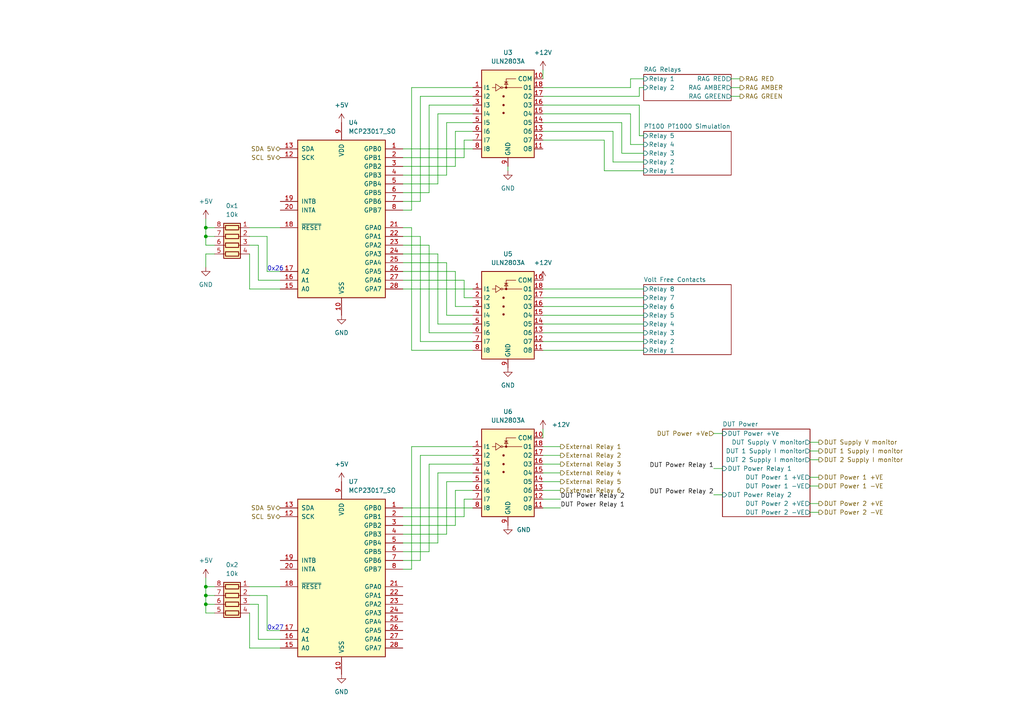
<source format=kicad_sch>
(kicad_sch (version 20211123) (generator eeschema)
  (paper "A4")
  (title_block (title "CIB PCB") (date "2022-05-27") (company "ChargePoint, Inc"))
  (lib_symbols
    (symbol "Device:R_Pack04" (pin_names (offset 0) hide)
      (property "Reference" "RN" (at -7.62 0 90))
      (property "Value" "R_Pack04" (at 5.08 0 90))
      (symbol "R_Pack04_0_1"
        (rectangle (start -6.35 -2.413) (end 3.81 2.413) (stroke (width 0.254)) (fill (type background)))
        (rectangle (start -5.715 1.905) (end -4.445 -1.905) (stroke (width 0.254)))
        (rectangle (start -3.175 1.905) (end -1.905 -1.905) (stroke (width 0.254)))
        (rectangle (start -0.635 1.905) (end 0.635 -1.905) (stroke (width 0.254)))
        (polyline (pts (xy -5.08 -2.54) (xy -5.08 -1.905)))
        (polyline (pts (xy -5.08 1.905) (xy -5.08 2.54)))
        (polyline (pts (xy -2.54 -2.54) (xy -2.54 -1.905)))
        (polyline (pts (xy -2.54 1.905) (xy -2.54 2.54)))
        (polyline (pts (xy 0 -2.54) (xy 0 -1.905)))
        (polyline (pts (xy 0 1.905) (xy 0 2.54)))
        (polyline (pts (xy 2.54 -2.54) (xy 2.54 -1.905)))
        (polyline (pts (xy 2.54 1.905) (xy 2.54 2.54)))
        (rectangle (start 1.905 1.905) (end 3.175 -1.905) (stroke (width 0.254)))
      )
      (symbol "R_Pack04_1_1"
        (pin passive line (at -5.08 -5.08 90) (length 2.54) (name "R1.1") (number "1"))
        (pin passive line (at -2.54 -5.08 90) (length 2.54) (name "R2.1") (number "2"))
        (pin passive line (at 0 -5.08 90) (length 2.54) (name "R3.1") (number "3"))
        (pin passive line (at 2.54 -5.08 90) (length 2.54) (name "R4.1") (number "4"))
        (pin passive line (at 2.54 5.08 270) (length 2.54) (name "R4.2") (number "5"))
        (pin passive line (at 0 5.08 270) (length 2.54) (name "R3.2") (number "6"))
        (pin passive line (at -2.54 5.08 270) (length 2.54) (name "R2.2") (number "7"))
        (pin passive line (at -5.08 5.08 270) (length 2.54) (name "R1.2") (number "8"))
      )
    )
    (symbol "Interface_Expansion:MCP23017_SO" (pin_names (offset 1.016))
      (property "Reference" "U" (at -11.43 24.13 0))
      (property "Value" "MCP23017_SO" (at 0 0 0))
      (symbol "MCP23017_SO_0_1"
        (rectangle (start -12.7 22.86) (end 12.7 -22.86) (stroke (width 0.254)) (fill (type background)))
      )
      (symbol "MCP23017_SO_1_1"
        (pin bidirectional line (at 17.78 20.32 180) (length 5.08) (name "GPB0") (number "1"))
        (pin power_in line (at 0 -27.94 90) (length 5.08) (name "VSS") (number "10"))
        (pin no_connect line (at -12.7 15.24 0) (length 5.08) hide (name "NC") (number "11"))
        (pin input line (at -17.78 17.78 0) (length 5.08) (name "SCK") (number "12"))
        (pin bidirectional line (at -17.78 20.32 0) (length 5.08) (name "SDA") (number "13"))
        (pin no_connect line (at -12.7 12.7 0) (length 5.08) hide (name "NC") (number "14"))
        (pin input line (at -17.78 -20.32 0) (length 5.08) (name "A0") (number "15"))
        (pin input line (at -17.78 -17.78 0) (length 5.08) (name "A1") (number "16"))
        (pin input line (at -17.78 -15.24 0) (length 5.08) (name "A2") (number "17"))
        (pin input line (at -17.78 -2.54 0) (length 5.08) (name "~{RESET}") (number "18"))
        (pin tri_state line (at -17.78 5.08 0) (length 5.08) (name "INTB") (number "19"))
        (pin bidirectional line (at 17.78 17.78 180) (length 5.08) (name "GPB1") (number "2"))
        (pin tri_state line (at -17.78 2.54 0) (length 5.08) (name "INTA") (number "20"))
        (pin bidirectional line (at 17.78 -2.54 180) (length 5.08) (name "GPA0") (number "21"))
        (pin bidirectional line (at 17.78 -5.08 180) (length 5.08) (name "GPA1") (number "22"))
        (pin bidirectional line (at 17.78 -7.62 180) (length 5.08) (name "GPA2") (number "23"))
        (pin bidirectional line (at 17.78 -10.16 180) (length 5.08) (name "GPA3") (number "24"))
        (pin bidirectional line (at 17.78 -12.7 180) (length 5.08) (name "GPA4") (number "25"))
        (pin bidirectional line (at 17.78 -15.24 180) (length 5.08) (name "GPA5") (number "26"))
        (pin bidirectional line (at 17.78 -17.78 180) (length 5.08) (name "GPA6") (number "27"))
        (pin bidirectional line (at 17.78 -20.32 180) (length 5.08) (name "GPA7") (number "28"))
        (pin bidirectional line (at 17.78 15.24 180) (length 5.08) (name "GPB2") (number "3"))
        (pin bidirectional line (at 17.78 12.7 180) (length 5.08) (name "GPB3") (number "4"))
        (pin bidirectional line (at 17.78 10.16 180) (length 5.08) (name "GPB4") (number "5"))
        (pin bidirectional line (at 17.78 7.62 180) (length 5.08) (name "GPB5") (number "6"))
        (pin bidirectional line (at 17.78 5.08 180) (length 5.08) (name "GPB6") (number "7"))
        (pin bidirectional line (at 17.78 2.54 180) (length 5.08) (name "GPB7") (number "8"))
        (pin power_in line (at 0 27.94 270) (length 5.08) (name "VDD") (number "9"))
      )
    )
    (symbol "Transistor_Array:ULN2803A"
      (property "Reference" "U" (at 0 13.335 0))
      (property "Value" "ULN2803A" (at 0 11.43 0))
      (symbol "ULN2803A_0_1"
        (rectangle (start -7.62 -15.24) (end 7.62 10.16) (stroke (width 0.254)) (fill (type background)))
        (circle (center -1.778 5.08) (radius 0.254))
        (circle (center -1.27 -2.286) (radius 0.254) (fill (type outline)))
        (circle (center -1.27 0) (radius 0.254) (fill (type outline)))
        (circle (center -1.27 2.54) (radius 0.254) (fill (type outline)))
        (circle (center -0.508 5.08) (radius 0.254) (fill (type outline)))
        (polyline (pts (xy -4.572 5.08) (xy -3.556 5.08)))
        (polyline (pts (xy -1.524 5.08) (xy 4.064 5.08)))
        (polyline (pts (xy 0 6.731) (xy -1.016 6.731)))
        (polyline (pts (xy -0.508 5.08) (xy -0.508 7.62) (xy 2.286 7.62)))
        (polyline (pts (xy -3.556 6.096) (xy -3.556 4.064) (xy -2.032 5.08) (xy -3.556 6.096)))
        (polyline (pts (xy 0 5.969) (xy -1.016 5.969) (xy -0.508 6.731) (xy 0 5.969)))
      )
      (symbol "ULN2803A_1_1"
        (pin input line (at -10.16 5.08 0) (length 2.54) (name "I1") (number "1"))
        (pin passive line (at 10.16 7.62 180) (length 2.54) (name "COM") (number "10"))
        (pin open_collector line (at 10.16 -12.7 180) (length 2.54) (name "O8") (number "11"))
        (pin open_collector line (at 10.16 -10.16 180) (length 2.54) (name "O7") (number "12"))
        (pin open_collector line (at 10.16 -7.62 180) (length 2.54) (name "O6") (number "13"))
        (pin open_collector line (at 10.16 -5.08 180) (length 2.54) (name "O5") (number "14"))
        (pin open_collector line (at 10.16 -2.54 180) (length 2.54) (name "O4") (number "15"))
        (pin open_collector line (at 10.16 0 180) (length 2.54) (name "O3") (number "16"))
        (pin open_collector line (at 10.16 2.54 180) (length 2.54) (name "O2") (number "17"))
        (pin open_collector line (at 10.16 5.08 180) (length 2.54) (name "O1") (number "18"))
        (pin input line (at -10.16 2.54 0) (length 2.54) (name "I2") (number "2"))
        (pin input line (at -10.16 0 0) (length 2.54) (name "I3") (number "3"))
        (pin input line (at -10.16 -2.54 0) (length 2.54) (name "I4") (number "4"))
        (pin input line (at -10.16 -5.08 0) (length 2.54) (name "I5") (number "5"))
        (pin input line (at -10.16 -7.62 0) (length 2.54) (name "I6") (number "6"))
        (pin input line (at -10.16 -10.16 0) (length 2.54) (name "I7") (number "7"))
        (pin input line (at -10.16 -12.7 0) (length 2.54) (name "I8") (number "8"))
        (pin power_in line (at 0 -17.78 90) (length 2.54) (name "GND") (number "9"))
      )
    )
    (symbol "power:+12V" (power) (pin_names (offset 0))
      (property "Value" "+12V" (at 0 3.556 0))
      (symbol "+12V_0_1"
        (polyline (pts (xy -0.762 1.27) (xy 0 2.54)))
        (polyline (pts (xy 0 0) (xy 0 2.54)))
        (polyline (pts (xy 0 2.54) (xy 0.762 1.27)))
      )
      (symbol "+12V_1_1"
        (pin power_in line (at 0 0 90) (length 0) hide (name "+12V") (number "1"))
      )
    )
    (symbol "power:+5V" (power) (pin_names (offset 0))
      (property "Value" "+5V" (at 0 3.556 0))
      (symbol "+5V_0_1"
        (polyline (pts (xy -0.762 1.27) (xy 0 2.54)))
        (polyline (pts (xy 0 0) (xy 0 2.54)))
        (polyline (pts (xy 0 2.54) (xy 0.762 1.27)))
      )
      (symbol "+5V_1_1"
        (pin power_in line (at 0 0 90) (length 0) hide (name "+5V") (number "1"))
      )
    )
    (symbol "power:GND" (power) (pin_names (offset 0))
      (property "Value" "GND" (at 0 -3.81 0))
      (symbol "GND_0_1"
        (polyline (pts (xy 0 0) (xy 0 -1.27) (xy 1.27 -1.27) (xy 0 -2.54) (xy -1.27 -1.27) (xy 0 -1.27)))
      )
      (symbol "GND_1_1"
        (pin power_in line (at 0 0 270) (length 0) hide (name "GND") (number "1"))
      )
    )
  )
  (junction (at 59.69 175.26))
  (junction (at 59.69 170.18))
  (junction (at 59.69 68.58))
  (junction (at 59.69 172.72))
  (junction (at 59.69 66.04))
  (wire (pts (xy 186.69 39.37) (xy 185.42 39.37)))
  (wire (pts (xy 234.95 148.59) (xy 237.49 148.59)))
  (wire (pts (xy 234.95 140.97) (xy 237.49 140.97)))
  (wire (pts (xy 62.23 177.8) (xy 59.69 177.8)))
  (wire (pts (xy 127 137.16) (xy 127 157.48)))
  (wire (pts (xy 157.48 25.4) (xy 182.88 25.4)))
  (wire (pts (xy 182.88 41.91) (xy 182.88 33.02)))
  (wire (pts (xy 186.69 46.99) (xy 177.8 46.99)))
  (wire (pts (xy 234.95 138.43) (xy 237.49 138.43)))
  (wire (pts (xy 116.84 81.28) (xy 134.62 81.28)))
  (wire (pts (xy 77.47 78.74) (xy 81.28 78.74)))
  (wire (pts (xy 116.84 149.86) (xy 134.62 149.86)))
  (wire (pts (xy 186.69 49.53) (xy 175.26 49.53)))
  (wire (pts (xy 116.84 68.58) (xy 121.92 68.58)))
  (wire (pts (xy 234.95 146.05) (xy 237.49 146.05)))
  (wire (pts (xy 134.62 149.86) (xy 134.62 144.78)))
  (wire (pts (xy 157.48 33.02) (xy 182.88 33.02)))
  (wire (pts (xy 59.69 172.72) (xy 59.69 170.18)))
  (wire (pts (xy 74.93 71.12) (xy 74.93 81.28)))
  (wire (pts (xy 157.48 137.16) (xy 162.56 137.16)))
  (wire (pts (xy 157.48 147.32) (xy 162.56 147.32)))
  (wire (pts (xy 77.47 182.88) (xy 81.28 182.88)))
  (wire (pts (xy 129.54 35.56) (xy 137.16 35.56)))
  (wire (pts (xy 132.08 88.9) (xy 137.16 88.9)))
  (wire (pts (xy 182.88 22.86) (xy 182.88 25.4)))
  (wire (pts (xy 157.48 20.32) (xy 157.48 22.86)))
  (wire (pts (xy 59.69 73.66) (xy 59.69 77.47)))
  (wire (pts (xy 74.93 175.26) (xy 74.93 185.42)))
  (wire (pts (xy 121.92 99.06) (xy 137.16 99.06)))
  (wire (pts (xy 157.48 38.1) (xy 177.8 38.1)))
  (wire (pts (xy 185.42 39.37) (xy 185.42 30.48)))
  (wire (pts (xy 137.16 33.02) (xy 127 33.02)))
  (wire (pts (xy 137.16 25.4) (xy 119.38 25.4)))
  (wire (pts (xy 116.84 58.42) (xy 121.92 58.42)))
  (wire (pts (xy 119.38 165.1) (xy 116.84 165.1)))
  (wire (pts (xy 119.38 129.54) (xy 119.38 165.1)))
  (wire (pts (xy 129.54 139.7) (xy 129.54 154.94)))
  (wire (pts (xy 124.46 134.62) (xy 124.46 160.02)))
  (wire (pts (xy 77.47 68.58) (xy 77.47 78.74)))
  (wire (pts (xy 116.84 160.02) (xy 124.46 160.02)))
  (wire (pts (xy 59.69 68.58) (xy 62.23 68.58)))
  (wire (pts (xy 129.54 50.8) (xy 129.54 35.56)))
  (wire (pts (xy 59.69 172.72) (xy 62.23 172.72)))
  (wire (pts (xy 127 73.66) (xy 127 93.98)))
  (wire (pts (xy 116.84 60.96) (xy 119.38 60.96)))
  (wire (pts (xy 59.69 175.26) (xy 59.69 177.8)))
  (wire (pts (xy 119.38 129.54) (xy 137.16 129.54)))
  (wire (pts (xy 116.84 43.18) (xy 137.16 43.18)))
  (wire (pts (xy 127 33.02) (xy 127 53.34)))
  (wire (pts (xy 116.84 152.4) (xy 132.08 152.4)))
  (wire (pts (xy 124.46 30.48) (xy 124.46 55.88)))
  (wire (pts (xy 62.23 73.66) (xy 59.69 73.66)))
  (wire (pts (xy 177.8 38.1) (xy 177.8 46.99)))
  (wire (pts (xy 157.48 134.62) (xy 162.56 134.62)))
  (wire (pts (xy 62.23 66.04) (xy 59.69 66.04)))
  (wire (pts (xy 121.92 132.08) (xy 121.92 162.56)))
  (wire (pts (xy 116.84 157.48) (xy 127 157.48)))
  (wire (pts (xy 157.48 83.82) (xy 186.69 83.82)))
  (wire (pts (xy 157.48 142.24) (xy 162.56 142.24)))
  (wire (pts (xy 124.46 71.12) (xy 124.46 96.52)))
  (wire (pts (xy 119.38 66.04) (xy 119.38 101.6)))
  (wire (pts (xy 134.62 86.36) (xy 134.62 81.28)))
  (wire (pts (xy 186.69 86.36) (xy 157.48 86.36)))
  (wire (pts (xy 157.48 144.78) (xy 162.56 144.78)))
  (wire (pts (xy 72.39 83.82) (xy 81.28 83.82)))
  (wire (pts (xy 72.39 170.18) (xy 81.28 170.18)))
  (wire (pts (xy 119.38 101.6) (xy 137.16 101.6)))
  (wire (pts (xy 129.54 91.44) (xy 129.54 76.2)))
  (wire (pts (xy 121.92 58.42) (xy 121.92 27.94)))
  (wire (pts (xy 127 53.34) (xy 116.84 53.34)))
  (wire (pts (xy 116.84 73.66) (xy 127 73.66)))
  (wire (pts (xy 72.39 175.26) (xy 74.93 175.26)))
  (wire (pts (xy 72.39 172.72) (xy 77.47 172.72)))
  (wire (pts (xy 59.69 71.12) (xy 59.69 68.58)))
  (wire (pts (xy 116.84 76.2) (xy 129.54 76.2)))
  (wire (pts (xy 157.48 99.06) (xy 186.69 99.06)))
  (wire (pts (xy 207.01 125.73) (xy 209.55 125.73)))
  (wire (pts (xy 185.42 25.4) (xy 186.69 25.4)))
  (wire (pts (xy 157.48 93.98) (xy 186.69 93.98)))
  (wire (pts (xy 129.54 139.7) (xy 137.16 139.7)))
  (wire (pts (xy 207.01 135.89) (xy 209.55 135.89)))
  (wire (pts (xy 186.69 44.45) (xy 180.34 44.45)))
  (wire (pts (xy 72.39 68.58) (xy 77.47 68.58)))
  (wire (pts (xy 72.39 66.04) (xy 81.28 66.04)))
  (wire (pts (xy 157.48 88.9) (xy 186.69 88.9)))
  (wire (pts (xy 116.84 66.04) (xy 119.38 66.04)))
  (wire (pts (xy 59.69 66.04) (xy 59.69 63.5)))
  (wire (pts (xy 234.95 130.81) (xy 237.49 130.81)))
  (wire (pts (xy 157.48 27.94) (xy 185.42 27.94)))
  (wire (pts (xy 124.46 96.52) (xy 137.16 96.52)))
  (wire (pts (xy 116.84 78.74) (xy 132.08 78.74)))
  (wire (pts (xy 212.09 22.86) (xy 214.63 22.86)))
  (wire (pts (xy 59.69 68.58) (xy 59.69 66.04)))
  (wire (pts (xy 72.39 187.96) (xy 81.28 187.96)))
  (wire (pts (xy 72.39 177.8) (xy 72.39 187.96)))
  (wire (pts (xy 157.48 35.56) (xy 180.34 35.56)))
  (wire (pts (xy 157.48 30.48) (xy 185.42 30.48)))
  (wire (pts (xy 129.54 154.94) (xy 116.84 154.94)))
  (wire (pts (xy 157.48 129.54) (xy 162.56 129.54)))
  (wire (pts (xy 234.95 128.27) (xy 237.49 128.27)))
  (wire (pts (xy 121.92 162.56) (xy 116.84 162.56)))
  (wire (pts (xy 157.48 91.44) (xy 186.69 91.44)))
  (wire (pts (xy 157.48 139.7) (xy 162.56 139.7)))
  (wire (pts (xy 180.34 35.56) (xy 180.34 44.45)))
  (wire (pts (xy 132.08 142.24) (xy 132.08 152.4)))
  (wire (pts (xy 119.38 25.4) (xy 119.38 60.96)))
  (wire (pts (xy 62.23 71.12) (xy 59.69 71.12)))
  (wire (pts (xy 116.84 50.8) (xy 129.54 50.8)))
  (wire (pts (xy 157.48 101.6) (xy 186.69 101.6)))
  (wire (pts (xy 157.48 40.64) (xy 175.26 40.64)))
  (wire (pts (xy 116.84 147.32) (xy 137.16 147.32)))
  (wire (pts (xy 72.39 73.66) (xy 72.39 83.82)))
  (wire (pts (xy 124.46 55.88) (xy 116.84 55.88)))
  (wire (pts (xy 134.62 86.36) (xy 137.16 86.36)))
  (wire (pts (xy 132.08 38.1) (xy 132.08 48.26)))
  (wire (pts (xy 62.23 175.26) (xy 59.69 175.26)))
  (wire (pts (xy 207.01 143.51) (xy 209.55 143.51)))
  (wire (pts (xy 212.09 25.4) (xy 214.63 25.4)))
  (wire (pts (xy 157.48 132.08) (xy 162.56 132.08)))
  (wire (pts (xy 74.93 185.42) (xy 81.28 185.42)))
  (wire (pts (xy 157.48 124.46) (xy 157.48 127)))
  (wire (pts (xy 132.08 88.9) (xy 132.08 78.74)))
  (wire (pts (xy 137.16 142.24) (xy 132.08 142.24)))
  (wire (pts (xy 185.42 25.4) (xy 185.42 27.94)))
  (wire (pts (xy 77.47 172.72) (xy 77.47 182.88)))
  (wire (pts (xy 124.46 134.62) (xy 137.16 134.62)))
  (wire (pts (xy 137.16 132.08) (xy 121.92 132.08)))
  (wire (pts (xy 137.16 38.1) (xy 132.08 38.1)))
  (wire (pts (xy 59.69 170.18) (xy 59.69 167.64)))
  (wire (pts (xy 134.62 40.64) (xy 134.62 45.72)))
  (wire (pts (xy 186.69 22.86) (xy 182.88 22.86)))
  (wire (pts (xy 134.62 45.72) (xy 116.84 45.72)))
  (wire (pts (xy 147.32 48.26) (xy 147.32 49.53)))
  (wire (pts (xy 186.69 41.91) (xy 182.88 41.91)))
  (wire (pts (xy 121.92 27.94) (xy 137.16 27.94)))
  (wire (pts (xy 116.84 83.82) (xy 137.16 83.82)))
  (wire (pts (xy 129.54 91.44) (xy 137.16 91.44)))
  (wire (pts (xy 127 93.98) (xy 137.16 93.98)))
  (wire (pts (xy 121.92 68.58) (xy 121.92 99.06)))
  (wire (pts (xy 116.84 71.12) (xy 124.46 71.12)))
  (wire (pts (xy 175.26 40.64) (xy 175.26 49.53)))
  (wire (pts (xy 72.39 71.12) (xy 74.93 71.12)))
  (wire (pts (xy 137.16 40.64) (xy 134.62 40.64)))
  (wire (pts (xy 74.93 81.28) (xy 81.28 81.28)))
  (wire (pts (xy 59.69 175.26) (xy 59.69 172.72)))
  (wire (pts (xy 137.16 137.16) (xy 127 137.16)))
  (wire (pts (xy 234.95 133.35) (xy 237.49 133.35)))
  (wire (pts (xy 212.09 27.94) (xy 214.63 27.94)))
  (wire (pts (xy 157.48 96.52) (xy 186.69 96.52)))
  (wire (pts (xy 132.08 48.26) (xy 116.84 48.26)))
  (wire (pts (xy 137.16 30.48) (xy 124.46 30.48)))
  (wire (pts (xy 62.23 170.18) (xy 59.69 170.18)))
  (wire (pts (xy 134.62 144.78) (xy 137.16 144.78)))
  (text "0x26" (at 77.47 78.74 0) (effects (font (size 1.27 1.27)) (justify left bottom)))
  (text "0x27" (at 77.47 182.88 0) (effects (font (size 1.27 1.27)) (justify left bottom)))
  (label "DUT Power Relay 1" (at 207.01 135.89 180))
  (label "DUT Power Relay 2" (at 207.01 143.51 180))
  (label "DUT Power Relay 1" (at 162.56 147.32 0))
  (label "DUT Power Relay 2" (at 162.56 144.78 0))
  (hierarchical_label "DUT Power 2 +VE" (shape output) (at 237.49 146.05 0))
  (hierarchical_label "DUT Supply V monitor" (shape output) (at 237.49 128.27 0))
  (hierarchical_label "DUT Power +Ve" (shape input) (at 207.01 125.73 180))
  (hierarchical_label "External Relay 2" (shape output) (at 162.56 132.08 0))
  (hierarchical_label "SCL 5V" (shape bidirectional) (at 81.28 149.86 180))
  (hierarchical_label "SCL 5V" (shape bidirectional) (at 81.28 45.72 180))
  (hierarchical_label "RAG AMBER" (shape output) (at 214.63 25.4 0))
  (hierarchical_label "DUT Power 1 -VE" (shape output) (at 237.49 140.97 0))
  (hierarchical_label "External Relay 1" (shape output) (at 162.56 129.54 0))
  (hierarchical_label "SDA 5V" (shape bidirectional) (at 81.28 43.18 180))
  (hierarchical_label "DUT 2 Supply I monitor" (shape output) (at 237.49 133.35 0))
  (hierarchical_label "External Relay 3" (shape output) (at 162.56 134.62 0))
  (hierarchical_label "External Relay 5" (shape output) (at 162.56 139.7 0))
  (hierarchical_label "External Relay 4" (shape output) (at 162.56 137.16 0))
  (hierarchical_label "External Relay 6" (shape output) (at 162.56 142.24 0))
  (hierarchical_label "SDA 5V" (shape bidirectional) (at 81.28 147.32 180))
  (hierarchical_label "RAG RED" (shape output) (at 214.63 22.86 0))
  (hierarchical_label "DUT Power 2 -VE" (shape output) (at 237.49 148.59 0))
  (hierarchical_label "DUT Power 1 +VE" (shape output) (at 237.49 138.43 0))
  (hierarchical_label "DUT 1 Supply I monitor" (shape output) (at 237.49 130.81 0))
  (hierarchical_label "RAG GREEN" (shape output) (at 214.63 27.94 0))
  (symbol (lib_id "Device:R_Pack04") (at 67.31 175.26 90) (mirror x) (unit 1)
    (property "Reference" "0x2" (at 67.31 163.83 90))
    (property "Value" "10k" (at 67.31 166.37 90))
    (property "Footprint" "Resistor_SMD:R_Array_Convex_4x1206" (effects hide))
    (property "Datasheet" "https://www.bourns.com/docs/Product-Datasheets/CATCAY.pdf" (effects hide))
    (property "Description" "RES ARRAY 4 RES 10K OHM 1206" (effects hide))
    (property "DigiKey #" "CAY16-1002F4LFCT-ND" (effects hide))
    (property "Manufacturer" "Bourns Inc." (effects hide))
    (property "Manufacturer #" "CAY16-1002F4LF" (effects hide))
    (property "DigiKey Price/Stock" "https://www.digikey.co.uk/en/products/detail/bourns-inc/CAY16-1002F4LF/2566505?s=N4IgTCBcDaIMIEECaBGAbAWhQBm2AYgCwAy%2BcAKhgHIAiIAugL5A" (effects hide))
  )
  (symbol (lib_id "power:+12V") (at 157.48 81.28 0) (unit 1)
    (property "Reference" "#PWR084" (effects hide))
    (property "Value" "+12V" (at 157.48 76.2 0))
  )
  (symbol (lib_id "power:GND") (at 59.69 77.47 0) (unit 1)
    (property "Reference" "#PWR083" (effects hide))
    (property "Value" "GND" (at 59.69 82.55 0))
  )
  (symbol (lib_id "Transistor_Array:ULN2803A") (at 147.32 88.9 0) (unit 1)
    (property "Reference" "U5" (at 147.32 73.66 0))
    (property "Value" "ULN2803A" (at 147.32 76.2 0))
    (property "Footprint" "Package_DIP:DIP-18_W7.62mm_LongPads" (effects hide))
    (property "Datasheet" "http://www.ti.com/lit/ds/symlink/uln2803a.pdf" (effects hide))
    (property "DigiKey #" "497-2356-5-ND" (effects hide))
    (property "Manufacturer #" "ULN2803A" (effects hide))
    (property "Manufacturer" "STMicroelectronics" (effects hide))
    (property "Mouser Part Number" "511-ULN2803A" (effects hide))
  )
  (symbol (lib_id "Interface_Expansion:MCP23017_SO") (at 99.06 167.64 0) (unit 1)
    (property "Reference" "U7" (at 101.0794 139.7 0) (effects (justify left)))
    (property "Value" "MCP23017_SO" (at 101.0794 142.24 0) (effects (justify left)))
    (property "Footprint" "Package_SO:SOIC-28W_7.5x17.9mm_P1.27mm" (effects hide))
    (property "Datasheet" "http://ww1.microchip.com/downloads/en/DeviceDoc/20001952C.pdf" (effects hide))
  )
  (symbol (lib_id "Device:R_Pack04") (at 67.31 71.12 90) (mirror x) (unit 1)
    (property "Reference" "0x1" (at 67.31 59.69 90))
    (property "Value" "10k" (at 67.31 62.23 90))
    (property "Footprint" "Resistor_SMD:R_Array_Convex_4x1206" (effects hide))
    (property "Datasheet" "https://www.bourns.com/docs/Product-Datasheets/CATCAY.pdf" (effects hide))
    (property "Description" "RES ARRAY 4 RES 10K OHM 1206" (effects hide))
    (property "DigiKey #" "CAY16-1002F4LFCT-ND" (effects hide))
    (property "Manufacturer" "Bourns Inc." (effects hide))
    (property "Manufacturer #" "CAY16-1002F4LF" (effects hide))
    (property "DigiKey Price/Stock" "https://www.digikey.co.uk/en/products/detail/bourns-inc/CAY16-1002F4LF/2566505?s=N4IgTCBcDaIMIEECaBGAbAWhQBm2AYgCwAy%2BcAKhgHIAiIAugL5A" (effects hide))
  )
  (symbol (lib_id "Transistor_Array:ULN2803A") (at 147.32 30.48 0) (unit 1)
    (property "Reference" "U3" (at 147.32 15.24 0))
    (property "Value" "ULN2803A" (at 147.32 17.78 0))
    (property "Footprint" "Package_DIP:DIP-18_W7.62mm_LongPads" (effects hide))
    (property "Datasheet" "http://www.ti.com/lit/ds/symlink/uln2803a.pdf" (effects hide))
    (property "DigiKey #" "497-2356-5-ND" (effects hide))
    (property "Manufacturer #" "ULN2803A" (effects hide))
    (property "Manufacturer" "STMicroelectronics" (effects hide))
    (property "Mouser Part Number" "511-ULN2803A" (effects hide))
  )
  (symbol (lib_id "power:+5V") (at 99.06 35.56 0) (unit 1)
    (property "Reference" "#PWR080" (effects hide))
    (property "Value" "+5V" (at 99.06 30.48 0))
  )
  (symbol (lib_id "power:GND") (at 147.32 49.53 0) (unit 1)
    (property "Reference" "#PWR081" (effects hide))
    (property "Value" "GND" (at 147.32 54.61 0))
  )
  (symbol (lib_id "power:GND") (at 99.06 195.58 0) (unit 1)
    (property "Reference" "#PWR091" (effects hide))
    (property "Value" "GND" (at 99.06 200.66 0))
  )
  (symbol (lib_id "power:+12V") (at 157.48 20.32 0) (unit 1)
    (property "Reference" "#PWR079" (effects hide))
    (property "Value" "+12V" (at 157.48 15.24 0))
  )
  (symbol (lib_id "power:+5V") (at 99.06 139.7 0) (unit 1)
    (property "Reference" "#PWR088" (effects hide))
    (property "Value" "+5V" (at 99.06 134.62 0))
  )
  (symbol (lib_id "power:+5V") (at 59.69 167.64 0) (unit 1)
    (property "Reference" "#PWR090" (effects hide))
    (property "Value" "+5V" (at 59.69 162.56 0))
  )
  (symbol (lib_id "Transistor_Array:ULN2803A") (at 147.32 134.62 0) (unit 1)
    (property "Reference" "U6" (at 147.32 119.38 0))
    (property "Value" "ULN2803A" (at 147.32 121.92 0))
    (property "Footprint" "Package_DIP:DIP-18_W7.62mm_LongPads" (effects hide))
    (property "Datasheet" "http://www.ti.com/lit/ds/symlink/uln2803a.pdf" (effects hide))
    (property "DigiKey #" "497-2356-5-ND" (effects hide))
    (property "Manufacturer #" "ULN2803A" (effects hide))
    (property "Manufacturer" "STMicroelectronics" (effects hide))
    (property "Mouser Part Number" "511-ULN2803A" (effects hide))
  )
  (symbol (lib_id "power:GND") (at 147.32 152.4 0) (unit 1)
    (property "Reference" "#PWR089" (effects hide))
    (property "Value" "GND" (at 149.86 153.6699 0) (effects (justify left)))
  )
  (symbol (lib_id "Interface_Expansion:MCP23017_SO") (at 99.06 63.5 0) (unit 1)
    (property "Reference" "U4" (at 101.0794 35.56 0) (effects (justify left)))
    (property "Value" "MCP23017_SO" (at 101.0794 38.1 0) (effects (justify left)))
    (property "Footprint" "Package_SO:SOIC-28W_7.5x17.9mm_P1.27mm" (effects hide))
    (property "Datasheet" "http://ww1.microchip.com/downloads/en/DeviceDoc/20001952C.pdf" (effects hide))
  )
  (symbol (lib_id "power:GND") (at 99.06 91.44 0) (unit 1)
    (property "Reference" "#PWR085" (effects hide))
    (property "Value" "GND" (at 99.06 96.52 0))
  )
  (symbol (lib_id "power:+5V") (at 59.69 63.5 0) (unit 1)
    (property "Reference" "#PWR082" (effects hide))
    (property "Value" "+5V" (at 59.69 58.42 0))
  )
  (symbol (lib_id "power:+12V") (at 157.48 124.46 0) (unit 1)
    (property "Reference" "#PWR087" (effects hide))
    (property "Value" "+12V" (at 160.02 123.1899 0) (effects (justify left)))
  )
  (symbol (lib_id "power:GND") (at 147.32 106.68 0) (unit 1)
    (property "Reference" "#PWR086" (effects hide))
    (property "Value" "GND" (at 147.32 111.76 0))
  )
  (sheet (at 186.69 38.1) (size 25.4 12.7) (stroke (width 0.1524))
    (property "Sheet name" "PT100 PT1000 Simulation" (at 186.69 37.3884 0) (effects (justify left bottom)))
    (property "Sheet file" "PT100 PT1000 Simulation.kicad_sch" (effects hide))
    (pin "Relay 2" input (at 186.69 46.99 180))
    (pin "Relay 3" input (at 186.69 44.45 180))
    (pin "Relay 1" input (at 186.69 49.53 180))
    (pin "Relay 4" input (at 186.69 41.91 180))
    (pin "Relay 5" input (at 186.69 39.37 180))
  )
  (sheet (at 186.69 21.59) (size 25.4 7.62) (stroke (width 0.1524))
    (property "Sheet name" "RAG Relays" (at 186.69 20.8784 0) (effects (justify left bottom)))
    (property "Sheet file" "RAG.kicad_sch" (effects hide))
    (pin "Relay 2" input (at 186.69 25.4 180))
    (pin "RAG RED" output (at 212.09 22.86 0))
    (pin "RAG AMBER" output (at 212.09 25.4 0))
    (pin "RAG GREEN" output (at 212.09 27.94 0))
    (pin "Relay 1" input (at 186.69 22.86 180))
  )
  (sheet (at 186.69 82.55) (size 25.4 20.32) (stroke (width 0.1524))
    (property "Sheet name" "Volt Free Contacts" (at 186.69 81.8384 0) (effects (justify left bottom)))
    (property "Sheet file" "Volt Free Contacts.kicad_sch" (effects hide))
    (pin "Relay 1" input (at 186.69 101.6 180))
    (pin "Relay 3" input (at 186.69 96.52 180))
    (pin "Relay 2" input (at 186.69 99.06 180))
    (pin "Relay 8" input (at 186.69 83.82 180))
    (pin "Relay 5" input (at 186.69 91.44 180))
    (pin "Relay 6" input (at 186.69 88.9 180))
    (pin "Relay 7" input (at 186.69 86.36 180))
    (pin "Relay 4" input (at 186.69 93.98 180))
  )
  (sheet (at 209.55 124.46) (size 25.4 25.4) (stroke (width 0.1524))
    (property "Sheet name" "DUT Power" (at 209.55 123.7484 0) (effects (justify left bottom)))
    (property "Sheet file" "DUT Power.kicad_sch" (effects hide))
    (pin "DUT Power +Ve" input (at 209.55 125.73 180))
    (pin "DUT Supply V monitor" output (at 234.95 128.27 0))
    (pin "DUT Power 1 -VE" output (at 234.95 140.97 0))
    (pin "DUT Power 1 +VE" output (at 234.95 138.43 0))
    (pin "DUT Power Relay 2" input (at 209.55 143.51 180))
    (pin "DUT Power Relay 1" input (at 209.55 135.89 180))
    (pin "DUT Power 2 -VE" output (at 234.95 148.59 0))
    (pin "DUT Power 2 +VE" output (at 234.95 146.05 0))
    (pin "DUT 2 Supply I monitor" output (at 234.95 133.35 0))
    (pin "DUT 1 Supply I monitor" output (at 234.95 130.81 0))
  )
)
</source>
